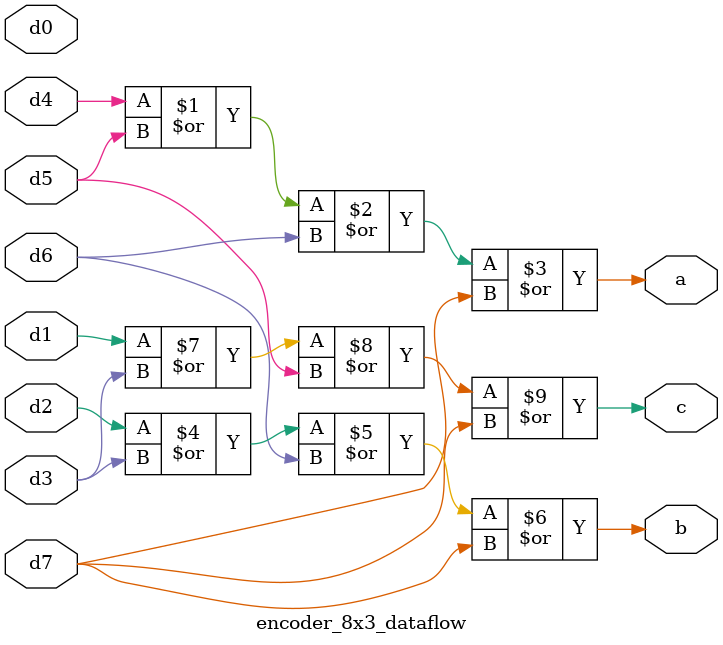
<source format=v>
`timescale 1ns / 1ps


module encoder_8x3_dataflow(input d0,d1,d2,d3,d4,d5,d6,d7, 
                            output a,b,c);
assign a=d4|d5|d6|d7;                            
assign b=d2|d3|d6|d7;
assign c=d1|d3|d5|d7;


    
endmodule

</source>
